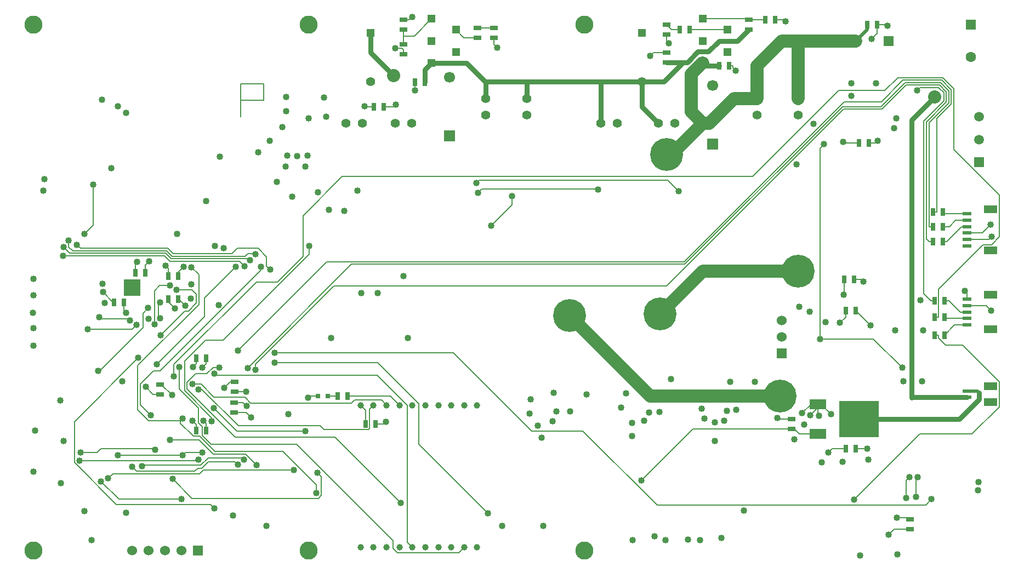
<source format=gbl>
G04 (created by PCBNEW (2013-05-31 BZR 4019)-stable) date 6/4/2013 8:20:18 PM*
%MOIN*%
G04 Gerber Fmt 3.4, Leading zero omitted, Abs format*
%FSLAX34Y34*%
G01*
G70*
G90*
G04 APERTURE LIST*
%ADD10C,0.00590551*%
%ADD11R,0.0590551X0.0590551*%
%ADD12C,0.0590551*%
%ADD13R,0.0531496X0.023622*%
%ADD14R,0.0787402X0.0472441*%
%ADD15R,0.025X0.045*%
%ADD16R,0.045X0.025*%
%ADD17R,0.0984X0.0984*%
%ADD18R,0.06X0.06*%
%ADD19C,0.06*%
%ADD20C,0.055*%
%ADD21C,0.11*%
%ADD22R,0.0511811X0.0511811*%
%ADD23C,0.0551181*%
%ADD24R,0.0669291X0.0669291*%
%ADD25C,0.0669291*%
%ADD26C,0.0393701*%
%ADD27R,0.0629921X0.0629921*%
%ADD28C,0.0629921*%
%ADD29R,0.243X0.224*%
%ADD30R,0.1X0.06*%
%ADD31R,0.0314X0.0314*%
%ADD32C,0.08*%
%ADD33C,0.2*%
%ADD34C,0.04*%
%ADD35C,0.007*%
%ADD36C,0.03*%
%ADD37C,0.02*%
%ADD38C,0.08*%
G04 APERTURE END LIST*
G54D10*
G54D11*
X98500Y-49377D03*
G54D12*
X98500Y-48000D03*
X98500Y-46622D03*
G54D13*
X97751Y-54090D03*
X97751Y-53696D03*
X97751Y-52515D03*
X97751Y-52909D03*
G54D14*
X99208Y-54759D03*
X99208Y-52240D03*
G54D13*
X97751Y-53303D03*
X97751Y-54484D03*
G54D15*
X85500Y-40700D03*
X86100Y-40700D03*
G54D16*
X84500Y-41300D03*
X84500Y-40700D03*
X68000Y-41800D03*
X68000Y-41200D03*
X63500Y-40700D03*
X63500Y-41300D03*
X63500Y-42200D03*
X63500Y-42800D03*
G54D15*
X80900Y-41300D03*
X80300Y-41300D03*
G54D17*
X47000Y-57000D03*
G54D18*
X51000Y-73000D03*
G54D19*
X50000Y-73000D03*
X49000Y-73000D03*
X48000Y-73000D03*
X47000Y-73000D03*
G54D18*
X86500Y-61000D03*
G54D19*
X86500Y-60000D03*
X86500Y-59000D03*
G54D20*
X85000Y-45500D03*
X85000Y-46500D03*
X87500Y-45500D03*
X87500Y-46500D03*
X75500Y-47000D03*
X76500Y-47000D03*
X64000Y-47000D03*
X63000Y-47000D03*
X68500Y-45500D03*
X68500Y-46500D03*
X79000Y-47000D03*
X80000Y-47000D03*
X61000Y-47000D03*
X60000Y-47000D03*
X71000Y-45500D03*
X71000Y-46500D03*
G54D13*
X97751Y-59287D03*
X97751Y-58893D03*
X97751Y-57712D03*
X97751Y-58106D03*
G54D14*
X99208Y-59562D03*
X99208Y-57437D03*
G54D13*
X97751Y-58500D03*
G54D21*
X57750Y-41000D03*
X74500Y-41000D03*
X74500Y-73000D03*
X57750Y-73000D03*
X41000Y-41000D03*
X41000Y-73000D03*
G54D22*
X78000Y-41523D03*
G54D23*
X78000Y-44476D03*
G54D22*
X61500Y-41523D03*
G54D23*
X61500Y-44476D03*
G54D22*
X81716Y-40661D03*
X81716Y-42000D03*
X81716Y-43338D03*
X83212Y-41330D03*
X83212Y-42669D03*
X65216Y-40661D03*
X65216Y-42000D03*
X65216Y-43338D03*
X66712Y-41330D03*
X66712Y-42669D03*
G54D24*
X82287Y-48271D03*
G54D25*
X82287Y-44728D03*
G54D24*
X66287Y-47771D03*
G54D25*
X66287Y-44228D03*
G54D26*
X60893Y-64169D03*
X61681Y-64169D03*
X62468Y-64169D03*
X63255Y-64169D03*
X64043Y-64169D03*
X64830Y-64169D03*
X65618Y-64169D03*
X66405Y-64169D03*
X67192Y-64169D03*
X67980Y-64169D03*
X67980Y-72830D03*
X67192Y-72830D03*
X66405Y-72830D03*
X65618Y-72830D03*
X64830Y-72830D03*
X64043Y-72830D03*
X63255Y-72830D03*
X62468Y-72830D03*
X61681Y-72830D03*
X60893Y-72830D03*
G54D27*
X92984Y-42000D03*
G54D28*
X91015Y-42000D03*
G54D27*
X98000Y-41015D03*
G54D28*
X98000Y-42984D03*
G54D15*
X95800Y-57800D03*
X96400Y-57800D03*
X95800Y-58800D03*
X96400Y-58800D03*
X95800Y-59900D03*
X96400Y-59900D03*
X95700Y-54200D03*
X96300Y-54200D03*
X95700Y-53300D03*
X96300Y-53300D03*
X95700Y-52400D03*
X96300Y-52400D03*
X61700Y-46000D03*
X62300Y-46000D03*
X90300Y-56500D03*
X90900Y-56500D03*
X64800Y-44500D03*
X64200Y-44500D03*
X82700Y-43500D03*
X83300Y-43500D03*
G54D16*
X79500Y-41000D03*
X79500Y-41600D03*
G54D15*
X91700Y-41000D03*
X92300Y-41000D03*
G54D16*
X69000Y-41200D03*
X69000Y-41800D03*
X79500Y-43300D03*
X79500Y-42700D03*
G54D13*
X97751Y-63303D03*
X97751Y-63696D03*
G54D14*
X99208Y-63972D03*
X99208Y-63027D03*
G54D29*
X91200Y-65000D03*
G54D30*
X88700Y-65900D03*
X88700Y-64100D03*
G54D16*
X94300Y-71700D03*
X94300Y-71100D03*
G54D15*
X91000Y-58400D03*
X90400Y-58400D03*
X47200Y-56100D03*
X47800Y-56100D03*
X45900Y-57900D03*
X46500Y-57900D03*
X49200Y-57700D03*
X49800Y-57700D03*
X49800Y-56300D03*
X49200Y-56300D03*
X91200Y-48200D03*
X91800Y-48200D03*
X51500Y-65700D03*
X50900Y-65700D03*
X61200Y-65300D03*
X61800Y-65300D03*
G54D16*
X53200Y-64600D03*
X53200Y-64000D03*
G54D15*
X51500Y-61300D03*
X50900Y-61300D03*
G54D16*
X53229Y-62740D03*
X53229Y-63340D03*
X48700Y-62900D03*
X48700Y-63500D03*
X87100Y-65600D03*
X87100Y-65000D03*
G54D15*
X91000Y-66800D03*
X90400Y-66800D03*
G54D31*
X58895Y-63600D03*
X58305Y-63600D03*
G54D15*
X60100Y-63600D03*
X59500Y-63600D03*
G54D32*
X95800Y-45400D03*
G54D33*
X79500Y-48900D03*
G54D34*
X45750Y-49750D03*
X61140Y-45979D03*
X56370Y-46290D03*
X57740Y-46729D03*
X58809Y-46620D03*
X99279Y-53909D03*
X97620Y-57200D03*
X41659Y-50420D03*
X98420Y-69359D03*
X64017Y-40551D03*
X45009Y-58829D03*
X46870Y-59020D03*
X57764Y-54495D03*
X51837Y-65160D03*
X49871Y-61834D03*
X63324Y-70123D03*
X52314Y-61868D03*
X55655Y-60988D03*
X95610Y-69896D03*
X68621Y-70745D03*
X55664Y-61585D03*
X48495Y-61683D03*
X53305Y-55737D03*
X94732Y-45008D03*
X49550Y-62417D03*
X47378Y-61272D03*
X51986Y-70439D03*
X90899Y-69928D03*
X48695Y-57902D03*
X48704Y-58874D03*
X49300Y-56879D03*
X48370Y-59259D03*
X43809Y-67540D03*
X51040Y-67490D03*
X43650Y-54423D03*
X55400Y-55920D03*
X43146Y-54156D03*
X54516Y-54990D03*
X42818Y-54536D03*
X54153Y-55346D03*
X42795Y-55080D03*
X53829Y-55710D03*
X43879Y-67059D03*
X44100Y-53750D03*
X44629Y-50750D03*
X48398Y-66885D03*
X77973Y-68737D03*
X57522Y-65749D03*
X51957Y-64353D03*
X58277Y-68280D03*
X49464Y-68657D03*
X54825Y-55736D03*
X48133Y-64779D03*
X54577Y-67803D03*
X49301Y-66282D03*
X52011Y-62250D03*
X51029Y-63200D03*
X46145Y-67222D03*
X44300Y-59559D03*
X50060Y-67222D03*
X51280Y-67048D03*
X48725Y-59910D03*
X49700Y-57150D03*
X47279Y-59279D03*
X47975Y-58260D03*
X50000Y-69890D03*
X45110Y-68815D03*
X44940Y-62065D03*
X50063Y-64991D03*
X50611Y-55779D03*
X58188Y-69517D03*
X50670Y-62879D03*
G54D33*
X73600Y-58700D03*
X86400Y-63600D03*
X87500Y-56000D03*
X79100Y-58600D03*
G54D34*
X69500Y-71500D03*
X72000Y-71500D03*
X50709Y-61840D03*
X53940Y-63359D03*
X53959Y-64229D03*
X47829Y-63050D03*
X46400Y-62729D03*
X50250Y-58109D03*
X48029Y-55409D03*
X45350Y-57950D03*
X46650Y-58550D03*
X45209Y-56770D03*
X49050Y-55679D03*
X50579Y-57679D03*
X52579Y-54620D03*
X52050Y-54470D03*
X59890Y-52359D03*
X58970Y-52279D03*
X60920Y-57350D03*
X61950Y-57350D03*
X63500Y-56300D03*
X59100Y-60090D03*
X81520Y-72390D03*
X79440Y-72390D03*
X77429Y-72390D03*
X57700Y-63700D03*
X62420Y-65179D03*
X55170Y-71529D03*
X44520Y-72370D03*
X42670Y-68929D03*
X42840Y-66359D03*
X42629Y-63879D03*
X52259Y-58079D03*
X54659Y-48779D03*
X91979Y-41879D03*
X92929Y-41079D03*
X86729Y-40809D03*
X79650Y-42150D03*
X78490Y-42909D03*
X69190Y-42400D03*
X63040Y-45879D03*
X56129Y-47250D03*
X55359Y-48090D03*
X58670Y-45440D03*
X56359Y-45429D03*
X99209Y-53190D03*
X99240Y-58420D03*
X82440Y-66340D03*
X77400Y-66059D03*
X71900Y-66140D03*
X46640Y-46379D03*
X46120Y-45979D03*
X45179Y-45579D03*
X41600Y-51100D03*
X78120Y-65120D03*
X71159Y-64679D03*
X73640Y-64540D03*
X84879Y-62740D03*
X83359Y-62740D03*
X83740Y-64440D03*
X81800Y-64979D03*
X83000Y-65100D03*
X83159Y-64500D03*
X82420Y-65200D03*
X81640Y-64379D03*
X79779Y-62579D03*
X79059Y-64579D03*
X77040Y-63459D03*
X76740Y-64300D03*
X77400Y-65259D03*
X78420Y-64600D03*
X71240Y-63820D03*
X72559Y-65159D03*
X71679Y-65420D03*
X72800Y-64540D03*
X72620Y-63420D03*
X74640Y-63500D03*
X93540Y-73240D03*
X93000Y-72040D03*
X91279Y-73300D03*
X89340Y-67040D03*
X98459Y-68840D03*
X95020Y-62720D03*
X90200Y-67620D03*
X88940Y-67659D03*
X87259Y-66240D03*
X86240Y-64959D03*
X87879Y-65340D03*
X89159Y-59120D03*
X90040Y-59159D03*
X94940Y-57779D03*
X95100Y-59600D03*
X91479Y-56640D03*
X87579Y-58179D03*
X92320Y-48079D03*
X93340Y-47300D03*
X93479Y-46720D03*
X92240Y-44579D03*
X90740Y-44579D03*
X88420Y-47059D03*
X88240Y-64779D03*
X87740Y-64659D03*
X88779Y-64800D03*
X89500Y-64720D03*
X50677Y-65125D03*
X84186Y-70573D03*
X83713Y-43806D03*
X64200Y-45013D03*
X63002Y-42452D03*
X53438Y-60845D03*
X80229Y-51140D03*
X67940Y-50659D03*
X68029Y-51240D03*
X75329Y-51050D03*
X54031Y-61903D03*
X70100Y-51450D03*
X68829Y-53250D03*
X94679Y-69759D03*
X94779Y-68540D03*
X94079Y-69820D03*
X94271Y-68544D03*
X56850Y-68120D03*
X45550Y-68609D03*
X90279Y-57459D03*
X93820Y-61879D03*
X88820Y-60140D03*
X89079Y-48279D03*
X47000Y-67920D03*
X53420Y-67790D03*
X53784Y-67464D03*
X47592Y-67866D03*
X54511Y-62006D03*
G54D32*
X62900Y-44100D03*
G54D34*
X49750Y-53750D03*
X51500Y-51750D03*
X47310Y-55455D03*
X48015Y-58905D03*
X51279Y-61879D03*
X52600Y-63100D03*
X54229Y-64900D03*
X49420Y-63550D03*
X50600Y-56809D03*
X50129Y-55750D03*
X49600Y-58279D03*
X45220Y-57279D03*
X56420Y-48979D03*
X57679Y-48970D03*
X60709Y-51109D03*
X58290Y-51200D03*
X56500Y-64720D03*
X63759Y-60079D03*
X82850Y-72240D03*
X80800Y-72359D03*
X78779Y-72140D03*
X53129Y-70879D03*
X46640Y-70700D03*
X44090Y-70629D03*
X40990Y-68200D03*
X41100Y-65709D03*
X40990Y-60540D03*
X40990Y-59490D03*
X40979Y-58559D03*
X40990Y-56490D03*
X40990Y-57490D03*
X52320Y-49059D03*
X57050Y-49020D03*
X57529Y-49640D03*
X56340Y-49640D03*
X56729Y-51470D03*
X55800Y-50570D03*
X93500Y-71000D03*
X91700Y-66820D03*
X93900Y-62700D03*
X91759Y-67479D03*
X91900Y-59320D03*
X93400Y-59620D03*
X88200Y-58479D03*
X90220Y-48159D03*
X90720Y-45359D03*
X87400Y-49520D03*
X51340Y-65121D03*
G54D35*
X53600Y-44600D02*
X55000Y-44600D01*
X53600Y-46600D02*
X53600Y-45600D01*
X53600Y-44600D02*
X53600Y-45600D01*
X55000Y-45600D02*
X53600Y-45600D01*
X55000Y-44600D02*
X55000Y-45600D01*
G54D36*
X83800Y-42000D02*
X84500Y-41300D01*
X82700Y-42000D02*
X83800Y-42000D01*
X82050Y-42650D02*
X82700Y-42000D01*
X81402Y-42650D02*
X82050Y-42650D01*
X80752Y-43300D02*
X81402Y-42650D01*
X80500Y-43300D02*
X80752Y-43300D01*
X94403Y-63696D02*
X97751Y-63696D01*
G54D37*
X94400Y-63700D02*
X94403Y-63696D01*
G54D36*
X94400Y-46800D02*
X94400Y-63700D01*
X95800Y-45400D02*
X94400Y-46800D01*
X75500Y-47000D02*
X75500Y-44476D01*
X71000Y-45500D02*
X71000Y-44476D01*
X68500Y-45500D02*
X68500Y-44476D01*
G54D37*
X68500Y-44476D02*
X68476Y-44476D01*
G54D36*
X64800Y-43755D02*
X65216Y-43338D01*
X64800Y-44500D02*
X64800Y-43755D01*
X67338Y-43338D02*
X65216Y-43338D01*
X68476Y-44476D02*
X67338Y-43338D01*
X78000Y-46000D02*
X79000Y-47000D01*
X78000Y-44476D02*
X78000Y-46000D01*
X79500Y-43300D02*
X80500Y-43300D01*
X79323Y-44476D02*
X80500Y-43300D01*
X78000Y-44476D02*
X79323Y-44476D01*
X68500Y-44476D02*
X68476Y-44476D01*
X71000Y-44476D02*
X68500Y-44476D01*
X78000Y-44476D02*
X75500Y-44476D01*
X75500Y-44476D02*
X71000Y-44476D01*
G54D38*
X81000Y-46300D02*
X81700Y-47000D01*
X81000Y-44000D02*
X81000Y-46300D01*
X81661Y-43338D02*
X81000Y-44000D01*
X81716Y-43338D02*
X81661Y-43338D01*
G54D37*
X91700Y-41315D02*
X91015Y-42000D01*
X91700Y-41000D02*
X91700Y-41315D01*
G54D38*
X82100Y-47000D02*
X81700Y-47000D01*
X83600Y-45500D02*
X82100Y-47000D01*
X85000Y-45500D02*
X83600Y-45500D01*
X79800Y-48900D02*
X79500Y-48900D01*
X81700Y-47000D02*
X79800Y-48900D01*
X87500Y-45500D02*
X87500Y-42000D01*
G54D36*
X82700Y-43500D02*
X81877Y-43500D01*
G54D37*
X81877Y-43500D02*
X81716Y-43338D01*
G54D38*
X91015Y-42000D02*
X87500Y-42000D01*
X85000Y-43500D02*
X85000Y-45500D01*
X86500Y-42000D02*
X85000Y-43500D01*
X87500Y-42000D02*
X86500Y-42000D01*
G54D35*
X61159Y-46000D02*
X61140Y-45979D01*
X61700Y-46000D02*
X61159Y-46000D01*
X99099Y-54090D02*
X99279Y-53909D01*
X97751Y-54090D02*
X99099Y-54090D01*
X97751Y-57331D02*
X97620Y-57200D01*
X97751Y-57712D02*
X97751Y-57331D01*
X63989Y-40551D02*
X63840Y-40700D01*
X64017Y-40551D02*
X63989Y-40551D01*
X63500Y-40700D02*
X63840Y-40700D01*
X46870Y-59020D02*
X46750Y-58900D01*
X46750Y-58900D02*
X45079Y-58900D01*
X45079Y-58900D02*
X45009Y-58829D01*
X57751Y-54507D02*
X57751Y-54971D01*
X57764Y-54495D02*
X57751Y-54507D01*
X57751Y-54971D02*
X52521Y-60200D01*
X52521Y-60200D02*
X51453Y-60200D01*
X51453Y-60200D02*
X50187Y-61467D01*
X50187Y-61467D02*
X50187Y-63282D01*
X50187Y-63282D02*
X51837Y-64933D01*
X51837Y-64933D02*
X51837Y-65160D01*
X49871Y-63180D02*
X49871Y-61834D01*
X51025Y-64333D02*
X49871Y-63180D01*
X51025Y-65252D02*
X51025Y-64333D01*
X51259Y-65486D02*
X51025Y-65252D01*
X51259Y-66002D02*
X51259Y-65486D01*
X51813Y-66556D02*
X51259Y-66002D01*
X56998Y-66556D02*
X51813Y-66556D01*
X62862Y-72419D02*
X56998Y-66556D01*
X62862Y-72890D02*
X62862Y-72419D01*
X63128Y-73156D02*
X62862Y-72890D01*
X66866Y-73156D02*
X63128Y-73156D01*
X67192Y-72830D02*
X66866Y-73156D01*
X59321Y-66120D02*
X63324Y-70123D01*
X53278Y-66120D02*
X59321Y-66120D01*
X50337Y-63179D02*
X53278Y-66120D01*
X50337Y-62766D02*
X50337Y-63179D01*
X50859Y-62244D02*
X50337Y-62766D01*
X51547Y-62244D02*
X50859Y-62244D01*
X51923Y-61868D02*
X51547Y-62244D01*
X52314Y-61868D02*
X51923Y-61868D01*
X66534Y-60988D02*
X55655Y-60988D01*
X71289Y-65743D02*
X66534Y-60988D01*
X74415Y-65743D02*
X71289Y-65743D01*
X78924Y-70252D02*
X74415Y-65743D01*
X95255Y-70252D02*
X78924Y-70252D01*
X95610Y-69896D02*
X95255Y-70252D01*
X64437Y-66560D02*
X68621Y-70745D01*
X64437Y-64090D02*
X64437Y-66560D01*
X61932Y-61585D02*
X64437Y-64090D01*
X55664Y-61585D02*
X61932Y-61585D01*
X95800Y-57800D02*
X95559Y-57800D01*
X94899Y-44841D02*
X94732Y-45008D01*
X96045Y-44841D02*
X94899Y-44841D01*
X96366Y-45162D02*
X96045Y-44841D01*
X96366Y-45658D02*
X96366Y-45162D01*
X95148Y-46876D02*
X96366Y-45658D01*
X95148Y-57388D02*
X95148Y-46876D01*
X95559Y-57800D02*
X95148Y-57388D01*
X51400Y-57641D02*
X53305Y-55737D01*
X51400Y-58778D02*
X51400Y-57641D01*
X48495Y-61683D02*
X51400Y-58778D01*
X95800Y-58800D02*
X96040Y-58800D01*
X49550Y-61694D02*
X49550Y-62417D01*
X54557Y-56687D02*
X49550Y-61694D01*
X55822Y-56687D02*
X54557Y-56687D01*
X57391Y-55117D02*
X55822Y-56687D01*
X57391Y-52635D02*
X57391Y-55117D01*
X59778Y-50249D02*
X57391Y-52635D01*
X84733Y-50249D02*
X59778Y-50249D01*
X89952Y-45030D02*
X84733Y-50249D01*
X92765Y-45030D02*
X89952Y-45030D01*
X93555Y-44241D02*
X92765Y-45030D01*
X96293Y-44241D02*
X93555Y-44241D01*
X96966Y-44914D02*
X96293Y-44241D01*
X96966Y-48613D02*
X96966Y-44914D01*
X99729Y-51376D02*
X96966Y-48613D01*
X99729Y-53927D02*
X99729Y-51376D01*
X99255Y-54401D02*
X99729Y-53927D01*
X98750Y-54401D02*
X99255Y-54401D01*
X96040Y-57112D02*
X98750Y-54401D01*
X96040Y-58800D02*
X96040Y-57112D01*
X96040Y-60080D02*
X96040Y-59900D01*
X96470Y-60510D02*
X96040Y-60080D01*
X97493Y-60510D02*
X96470Y-60510D01*
X99717Y-62735D02*
X97493Y-60510D01*
X99717Y-64265D02*
X99717Y-62735D01*
X98056Y-65926D02*
X99717Y-64265D01*
X94900Y-65926D02*
X98056Y-65926D01*
X90899Y-69928D02*
X94900Y-65926D01*
X43485Y-65165D02*
X47378Y-61272D01*
X43485Y-67662D02*
X43485Y-65165D01*
X46039Y-70216D02*
X43485Y-67662D01*
X51763Y-70216D02*
X46039Y-70216D01*
X51986Y-70439D02*
X51763Y-70216D01*
X95800Y-59900D02*
X96040Y-59900D01*
X48614Y-57983D02*
X48695Y-57902D01*
X48614Y-58784D02*
X48614Y-57983D01*
X48704Y-58874D02*
X48614Y-58784D01*
X48679Y-56879D02*
X49300Y-56879D01*
X48359Y-57200D02*
X48679Y-56879D01*
X48359Y-59250D02*
X48359Y-57200D01*
X48370Y-59259D02*
X48359Y-59250D01*
X50990Y-67540D02*
X43809Y-67540D01*
X51040Y-67490D02*
X50990Y-67540D01*
X43852Y-54625D02*
X43650Y-54423D01*
X49165Y-54625D02*
X43852Y-54625D01*
X49489Y-54949D02*
X49165Y-54625D01*
X53069Y-54949D02*
X49489Y-54949D01*
X53410Y-54608D02*
X53069Y-54949D01*
X54653Y-54608D02*
X53410Y-54608D01*
X55179Y-55134D02*
X54653Y-54608D01*
X55179Y-55699D02*
X55179Y-55134D01*
X55400Y-55920D02*
X55179Y-55699D01*
X43146Y-54537D02*
X43146Y-54156D01*
X43384Y-54775D02*
X43146Y-54537D01*
X49103Y-54775D02*
X43384Y-54775D01*
X49427Y-55099D02*
X49103Y-54775D01*
X53865Y-55099D02*
X49427Y-55099D01*
X54031Y-54933D02*
X53865Y-55099D01*
X54459Y-54933D02*
X54031Y-54933D01*
X54516Y-54990D02*
X54459Y-54933D01*
X43207Y-54925D02*
X42818Y-54536D01*
X49041Y-54925D02*
X43207Y-54925D01*
X49365Y-55249D02*
X49041Y-54925D01*
X54056Y-55249D02*
X49365Y-55249D01*
X54153Y-55346D02*
X54056Y-55249D01*
X42799Y-55076D02*
X42795Y-55080D01*
X48979Y-55076D02*
X42799Y-55076D01*
X49303Y-55400D02*
X48979Y-55076D01*
X53519Y-55400D02*
X49303Y-55400D01*
X53829Y-55710D02*
X53519Y-55400D01*
X44100Y-53750D02*
X44629Y-53220D01*
X44629Y-53220D02*
X44629Y-50750D01*
X48398Y-66885D02*
X48328Y-66815D01*
X48328Y-66815D02*
X45104Y-66815D01*
X45104Y-66815D02*
X44859Y-67059D01*
X44859Y-67059D02*
X43879Y-67059D01*
X87579Y-65900D02*
X88700Y-65900D01*
X87279Y-65600D02*
X87579Y-65900D01*
X87100Y-65600D02*
X87279Y-65600D01*
X81111Y-65600D02*
X77973Y-68737D01*
X87100Y-65600D02*
X81111Y-65600D01*
X53352Y-65749D02*
X57522Y-65749D01*
X51957Y-64353D02*
X53352Y-65749D01*
X50643Y-69836D02*
X49464Y-68657D01*
X58338Y-69836D02*
X50643Y-69836D01*
X58516Y-69658D02*
X58338Y-69836D01*
X58516Y-68519D02*
X58516Y-69658D01*
X58277Y-68280D02*
X58516Y-68519D01*
X54825Y-55963D02*
X54825Y-55736D01*
X48703Y-62085D02*
X54825Y-55963D01*
X48314Y-62085D02*
X48703Y-62085D01*
X47509Y-62890D02*
X48314Y-62085D01*
X47509Y-64155D02*
X47509Y-62890D01*
X48133Y-64779D02*
X47509Y-64155D01*
X53913Y-67138D02*
X54577Y-67803D01*
X51932Y-67138D02*
X53913Y-67138D01*
X51076Y-66282D02*
X51932Y-67138D01*
X49301Y-66282D02*
X51076Y-66282D01*
X52096Y-62335D02*
X52011Y-62250D01*
X61885Y-62335D02*
X52096Y-62335D01*
X63723Y-64174D02*
X61885Y-62335D01*
X63723Y-72510D02*
X63723Y-64174D01*
X64043Y-72830D02*
X63723Y-72510D01*
X51249Y-63200D02*
X51029Y-63200D01*
X53476Y-65427D02*
X51249Y-63200D01*
X58439Y-65427D02*
X53476Y-65427D01*
X58658Y-65646D02*
X58439Y-65427D01*
X61370Y-65646D02*
X58658Y-65646D01*
X61440Y-65576D02*
X61370Y-65646D01*
X61440Y-64410D02*
X61440Y-65576D01*
X61681Y-64169D02*
X61440Y-64410D01*
X46990Y-59559D02*
X44300Y-59559D01*
X46145Y-67222D02*
X50060Y-67222D01*
X50060Y-67222D02*
X50233Y-67048D01*
X50233Y-67048D02*
X50241Y-67048D01*
X50241Y-67048D02*
X51280Y-67048D01*
X50192Y-58442D02*
X50417Y-58442D01*
X48725Y-59910D02*
X50192Y-58442D01*
X50417Y-58442D02*
X50900Y-57959D01*
X50900Y-57959D02*
X50900Y-57400D01*
X50900Y-57400D02*
X50650Y-57150D01*
X50650Y-57150D02*
X49700Y-57150D01*
X47279Y-59279D02*
X47000Y-59559D01*
X46990Y-59559D02*
X47000Y-59559D01*
X47000Y-59559D02*
X46990Y-59559D01*
X47665Y-59140D02*
X47665Y-59435D01*
X47975Y-58260D02*
X47665Y-58570D01*
X47665Y-58570D02*
X47665Y-59140D01*
X46185Y-69890D02*
X50000Y-69890D01*
X45110Y-68815D02*
X46185Y-69890D01*
X45035Y-62065D02*
X44940Y-62065D01*
X47665Y-59435D02*
X45035Y-62065D01*
X49950Y-65273D02*
X49950Y-65103D01*
X50720Y-66042D02*
X49950Y-65273D01*
X51087Y-66042D02*
X50720Y-66042D01*
X52032Y-66988D02*
X51087Y-66042D01*
X56173Y-66988D02*
X52032Y-66988D01*
X58188Y-69003D02*
X56173Y-66988D01*
X58188Y-69517D02*
X58188Y-69003D01*
X50063Y-64991D02*
X49950Y-65103D01*
X51057Y-56224D02*
X50611Y-55779D01*
X51057Y-58041D02*
X51057Y-56224D01*
X47348Y-61750D02*
X51057Y-58041D01*
X47348Y-64462D02*
X47348Y-61750D01*
X47989Y-65103D02*
X47348Y-64462D01*
X49950Y-65103D02*
X47989Y-65103D01*
X62155Y-63856D02*
X62468Y-64169D01*
X60522Y-63856D02*
X62155Y-63856D01*
X60345Y-64033D02*
X60522Y-63856D01*
X54212Y-64033D02*
X60345Y-64033D01*
X53854Y-63675D02*
X54212Y-64033D01*
X51983Y-63675D02*
X53854Y-63675D01*
X51188Y-62879D02*
X51983Y-63675D01*
X50670Y-62879D02*
X51188Y-62879D01*
G54D38*
X78500Y-63600D02*
X86400Y-63600D01*
X73600Y-58700D02*
X78500Y-63600D01*
X81700Y-56000D02*
X87500Y-56000D01*
X79100Y-58600D02*
X81700Y-56000D01*
G54D35*
X50900Y-61650D02*
X50900Y-61300D01*
X50709Y-61840D02*
X50900Y-61650D01*
X53920Y-63340D02*
X53940Y-63359D01*
X53229Y-63340D02*
X53920Y-63340D01*
X53729Y-64000D02*
X53959Y-64229D01*
X53200Y-64000D02*
X53729Y-64000D01*
X48279Y-63500D02*
X47829Y-63050D01*
X48700Y-63500D02*
X48279Y-63500D01*
X49840Y-57700D02*
X49800Y-57700D01*
X50250Y-58109D02*
X49840Y-57700D01*
X47800Y-55640D02*
X48029Y-55409D01*
X47800Y-56100D02*
X47800Y-55640D01*
X46500Y-58400D02*
X46650Y-58550D01*
X46500Y-57900D02*
X46500Y-58400D01*
X49200Y-55829D02*
X49050Y-55679D01*
X49200Y-56300D02*
X49200Y-55829D01*
X62300Y-65300D02*
X62420Y-65179D01*
X61800Y-65300D02*
X62300Y-65300D01*
X92300Y-41559D02*
X91979Y-41879D01*
X92300Y-41000D02*
X92300Y-41559D01*
X92850Y-41000D02*
X92929Y-41079D01*
X92300Y-41000D02*
X92850Y-41000D01*
X86620Y-40700D02*
X86729Y-40809D01*
X86100Y-40700D02*
X86620Y-40700D01*
X79500Y-42000D02*
X79650Y-42150D01*
X79500Y-41600D02*
X79500Y-42000D01*
X78700Y-42700D02*
X78490Y-42909D01*
X79500Y-42700D02*
X78700Y-42700D01*
X69000Y-42209D02*
X69190Y-42400D01*
X69000Y-41800D02*
X69000Y-42209D01*
X62920Y-46000D02*
X63040Y-45879D01*
X62300Y-46000D02*
X62920Y-46000D01*
X99190Y-53209D02*
X99209Y-53190D01*
X99179Y-53209D02*
X99190Y-53209D01*
X98693Y-53696D02*
X99179Y-53209D01*
X97751Y-53696D02*
X98693Y-53696D01*
X98926Y-58106D02*
X99240Y-58420D01*
X97751Y-58106D02*
X98926Y-58106D01*
X93340Y-71700D02*
X93000Y-72040D01*
X94300Y-71700D02*
X93340Y-71700D01*
X89579Y-66800D02*
X89340Y-67040D01*
X90400Y-66800D02*
X89579Y-66800D01*
X86279Y-65000D02*
X86240Y-64959D01*
X87100Y-65000D02*
X86279Y-65000D01*
X90400Y-58800D02*
X90040Y-59159D01*
X90400Y-58400D02*
X90400Y-58800D01*
X91340Y-56500D02*
X91479Y-56640D01*
X90900Y-56500D02*
X91340Y-56500D01*
X92200Y-48200D02*
X92320Y-48079D01*
X91800Y-48200D02*
X92200Y-48200D01*
X88700Y-64319D02*
X88240Y-64779D01*
X88700Y-64100D02*
X88700Y-64319D01*
X88300Y-64100D02*
X87740Y-64659D01*
X88700Y-64100D02*
X88300Y-64100D01*
X88700Y-64720D02*
X88779Y-64800D01*
X88700Y-64100D02*
X88700Y-64720D01*
X88879Y-64100D02*
X89500Y-64720D01*
X88700Y-64100D02*
X88879Y-64100D01*
X58305Y-63600D02*
X58305Y-63600D01*
X57800Y-63600D02*
X57700Y-63700D01*
X58305Y-63600D02*
X57800Y-63600D01*
X50900Y-65700D02*
X50900Y-65359D01*
X83540Y-43632D02*
X83540Y-43500D01*
X83713Y-43806D02*
X83540Y-43632D01*
X83300Y-43500D02*
X83540Y-43500D01*
X64200Y-44500D02*
X64200Y-45013D01*
X63500Y-42800D02*
X63500Y-42559D01*
X63392Y-42452D02*
X63500Y-42559D01*
X63002Y-42452D02*
X63392Y-42452D01*
X50900Y-65347D02*
X50677Y-65125D01*
X50900Y-65359D02*
X50900Y-65347D01*
X95700Y-52400D02*
X95940Y-52400D01*
X58847Y-55437D02*
X53438Y-60845D01*
X80554Y-55437D02*
X58847Y-55437D01*
X90287Y-45703D02*
X80554Y-55437D01*
X92555Y-45703D02*
X90287Y-45703D01*
X93867Y-44391D02*
X92555Y-45703D01*
X96231Y-44391D02*
X93867Y-44391D01*
X96816Y-44976D02*
X96231Y-44391D01*
X96816Y-45845D02*
X96816Y-44976D01*
X95940Y-46721D02*
X96816Y-45845D01*
X95940Y-52400D02*
X95940Y-46721D01*
X79800Y-41300D02*
X79500Y-41000D01*
X80300Y-41300D02*
X79800Y-41300D01*
G54D36*
X97300Y-65000D02*
X91200Y-65000D01*
X98500Y-63800D02*
X97300Y-65000D01*
X98500Y-63400D02*
X98500Y-63800D01*
G54D37*
X98403Y-63303D02*
X98500Y-63400D01*
X97751Y-63303D02*
X98403Y-63303D01*
G54D35*
X79579Y-50490D02*
X80229Y-51140D01*
X68109Y-50490D02*
X79579Y-50490D01*
X67940Y-50659D02*
X68109Y-50490D01*
X68029Y-51240D02*
X68270Y-51000D01*
X68270Y-51000D02*
X75279Y-51000D01*
X75279Y-51000D02*
X75329Y-51050D01*
X95700Y-53300D02*
X95459Y-53300D01*
X60348Y-55587D02*
X54031Y-61903D01*
X80616Y-55587D02*
X60348Y-55587D01*
X90199Y-46004D02*
X80616Y-55587D01*
X92542Y-46004D02*
X90199Y-46004D01*
X94005Y-44541D02*
X92542Y-46004D01*
X96169Y-44541D02*
X94005Y-44541D01*
X96666Y-45038D02*
X96169Y-44541D01*
X96666Y-45783D02*
X96666Y-45038D01*
X95459Y-46989D02*
X96666Y-45783D01*
X95459Y-53300D02*
X95459Y-46989D01*
X70100Y-51979D02*
X70100Y-51450D01*
X68829Y-53250D02*
X70100Y-51979D01*
X94679Y-68640D02*
X94679Y-69759D01*
X94779Y-68540D02*
X94679Y-68640D01*
X94079Y-69820D02*
X94079Y-68735D01*
X94079Y-68735D02*
X94271Y-68544D01*
X51334Y-68120D02*
X56850Y-68120D01*
X51114Y-68340D02*
X51334Y-68120D01*
X45820Y-68340D02*
X51114Y-68340D01*
X45550Y-68609D02*
X45820Y-68340D01*
X90300Y-57440D02*
X90300Y-56500D01*
X90279Y-57459D02*
X90300Y-57440D01*
X92079Y-60140D02*
X88820Y-60140D01*
X93820Y-61879D02*
X92079Y-60140D01*
X88820Y-48540D02*
X88820Y-60140D01*
X89079Y-48279D02*
X88820Y-48540D01*
X62686Y-63600D02*
X63255Y-64169D01*
X60100Y-63600D02*
X62686Y-63600D01*
X96415Y-52515D02*
X96300Y-52400D01*
X97751Y-52515D02*
X96415Y-52515D01*
X97080Y-52909D02*
X97751Y-52909D01*
X96690Y-53300D02*
X97080Y-52909D01*
X96300Y-53300D02*
X96690Y-53300D01*
X96540Y-54200D02*
X96300Y-54200D01*
X97437Y-53303D02*
X96540Y-54200D01*
X97751Y-53303D02*
X97437Y-53303D01*
X58894Y-63600D02*
X58895Y-63600D01*
X58895Y-63600D02*
X59500Y-63600D01*
X51228Y-68014D02*
X51228Y-68013D01*
X50985Y-68014D02*
X51228Y-68014D01*
X50809Y-68190D02*
X50985Y-68014D01*
X47270Y-68190D02*
X50809Y-68190D01*
X47000Y-67920D02*
X47270Y-68190D01*
X53250Y-67620D02*
X53420Y-67790D01*
X51622Y-67620D02*
X53250Y-67620D01*
X51251Y-67990D02*
X51228Y-68013D01*
X51228Y-68013D02*
X51622Y-67620D01*
X50832Y-67824D02*
X47634Y-67824D01*
X51624Y-67371D02*
X51171Y-67824D01*
X51171Y-67824D02*
X50832Y-67824D01*
X52008Y-67368D02*
X52005Y-67371D01*
X53688Y-67368D02*
X52008Y-67368D01*
X53784Y-67464D02*
X53688Y-67368D01*
X52005Y-67371D02*
X51624Y-67371D01*
X47634Y-67824D02*
X47592Y-67866D01*
X95700Y-54200D02*
X95459Y-54200D01*
X54511Y-61681D02*
X54511Y-62006D01*
X59276Y-56917D02*
X54511Y-61681D01*
X79498Y-56917D02*
X59276Y-56917D01*
X90261Y-46154D02*
X79498Y-56917D01*
X92604Y-46154D02*
X90261Y-46154D01*
X94067Y-44691D02*
X92604Y-46154D01*
X96107Y-44691D02*
X94067Y-44691D01*
X96516Y-45100D02*
X96107Y-44691D01*
X96516Y-45721D02*
X96516Y-45100D01*
X95303Y-46933D02*
X96516Y-45721D01*
X95303Y-54043D02*
X95303Y-46933D01*
X95459Y-54200D02*
X95303Y-54043D01*
X96659Y-57800D02*
X96400Y-57800D01*
X97359Y-58500D02*
X96659Y-57800D01*
X97751Y-58500D02*
X97359Y-58500D01*
X97012Y-59287D02*
X96400Y-59900D01*
X97751Y-59287D02*
X97012Y-59287D01*
X96493Y-58893D02*
X96400Y-58800D01*
X97751Y-58893D02*
X96493Y-58893D01*
X67181Y-41800D02*
X66712Y-41330D01*
X68000Y-41800D02*
X67181Y-41800D01*
X68000Y-41200D02*
X69000Y-41200D01*
X64177Y-41700D02*
X65216Y-40661D01*
X63500Y-41700D02*
X64177Y-41700D01*
X63500Y-41300D02*
X63500Y-41700D01*
X63500Y-41700D02*
X63500Y-42200D01*
G54D36*
X61500Y-42700D02*
X61500Y-41523D01*
X62900Y-44100D02*
X61500Y-42700D01*
G54D35*
X84500Y-40700D02*
X85500Y-40700D01*
X84461Y-40661D02*
X84500Y-40700D01*
X81716Y-40661D02*
X84461Y-40661D01*
X80930Y-41330D02*
X80900Y-41300D01*
X83212Y-41330D02*
X80930Y-41330D01*
X47200Y-56100D02*
X47200Y-55565D01*
X47200Y-55565D02*
X47310Y-55455D01*
X51500Y-61659D02*
X51500Y-61300D01*
X51279Y-61879D02*
X51500Y-61659D01*
X52959Y-62740D02*
X52600Y-63100D01*
X53229Y-62740D02*
X52959Y-62740D01*
X53929Y-64600D02*
X54229Y-64900D01*
X53200Y-64600D02*
X53929Y-64600D01*
X48770Y-62900D02*
X49420Y-63550D01*
X48700Y-62900D02*
X48770Y-62900D01*
X49800Y-56079D02*
X50129Y-55750D01*
X49800Y-56300D02*
X49800Y-56079D01*
X49200Y-57879D02*
X49600Y-58279D01*
X49200Y-57700D02*
X49200Y-57879D01*
X45840Y-57900D02*
X45220Y-57279D01*
X45900Y-57900D02*
X45840Y-57900D01*
X61200Y-64475D02*
X60893Y-64169D01*
X61200Y-65300D02*
X61200Y-64475D01*
X94200Y-71000D02*
X94300Y-71100D01*
X93500Y-71000D02*
X94200Y-71000D01*
X91679Y-66800D02*
X91700Y-66820D01*
X91000Y-66800D02*
X91679Y-66800D01*
X91000Y-58420D02*
X91900Y-59320D01*
X91000Y-58400D02*
X91000Y-58420D01*
X90259Y-48200D02*
X90220Y-48159D01*
X91200Y-48200D02*
X90259Y-48200D01*
X51500Y-65280D02*
X51500Y-65700D01*
X51340Y-65121D02*
X51500Y-65280D01*
M02*

</source>
